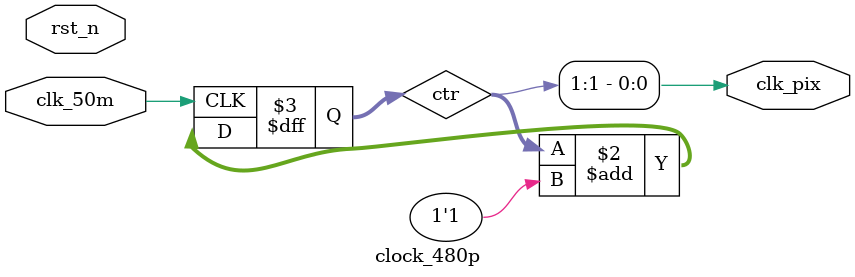
<source format=sv>
module clock_480p (
	input wire logic clk_50m,
	input wire logic rst_n,
	output logic clk_pix
	);

logic [1:0] ctr;

assign clk_pix = ctr[1];

always @(posedge clk_50m) begin
	ctr <= ctr + 1'b1;
end 
	
endmodule
</source>
